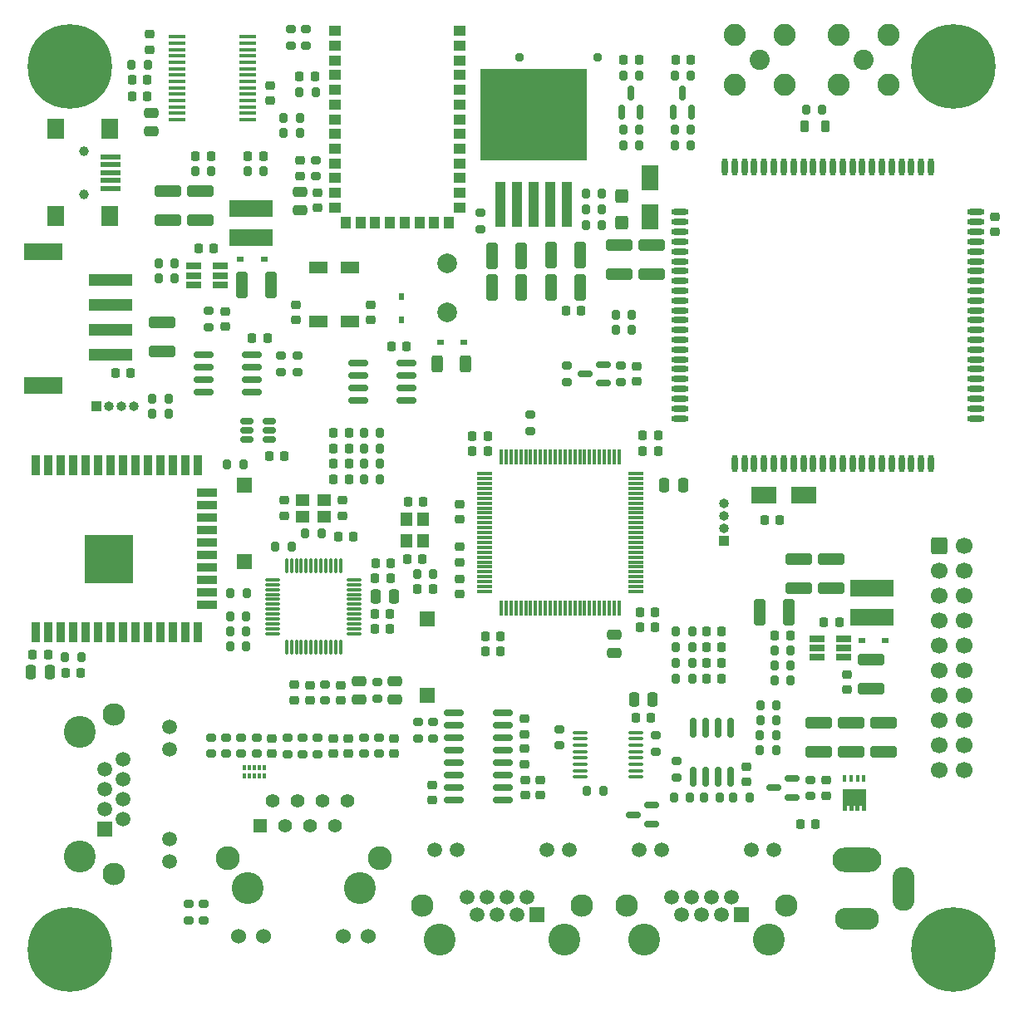
<source format=gts>
G04 #@! TF.GenerationSoftware,KiCad,Pcbnew,(6.0.0)*
G04 #@! TF.CreationDate,2022-01-13T12:23:07+04:00*
G04 #@! TF.ProjectId,Gateway_STM32_ver_2_0,47617465-7761-4795-9f53-544d33325f76,rev?*
G04 #@! TF.SameCoordinates,Original*
G04 #@! TF.FileFunction,Soldermask,Top*
G04 #@! TF.FilePolarity,Negative*
%FSLAX46Y46*%
G04 Gerber Fmt 4.6, Leading zero omitted, Abs format (unit mm)*
G04 Created by KiCad (PCBNEW (6.0.0)) date 2022-01-13 12:23:07*
%MOMM*%
%LPD*%
G01*
G04 APERTURE LIST*
G04 Aperture macros list*
%AMRoundRect*
0 Rectangle with rounded corners*
0 $1 Rounding radius*
0 $2 $3 $4 $5 $6 $7 $8 $9 X,Y pos of 4 corners*
0 Add a 4 corners polygon primitive as box body*
4,1,4,$2,$3,$4,$5,$6,$7,$8,$9,$2,$3,0*
0 Add four circle primitives for the rounded corners*
1,1,$1+$1,$2,$3*
1,1,$1+$1,$4,$5*
1,1,$1+$1,$6,$7*
1,1,$1+$1,$8,$9*
0 Add four rect primitives between the rounded corners*
20,1,$1+$1,$2,$3,$4,$5,0*
20,1,$1+$1,$4,$5,$6,$7,0*
20,1,$1+$1,$6,$7,$8,$9,0*
20,1,$1+$1,$8,$9,$2,$3,0*%
%AMFreePoly0*
4,1,17,1.395000,0.765000,0.855000,0.765000,0.855000,0.535000,1.395000,0.535000,1.395000,0.115000,0.855000,0.115000,0.855000,-0.115000,1.395000,-0.115000,1.395000,-0.535000,0.855000,-0.535000,0.855000,-0.765000,1.395000,-0.765000,1.395000,-1.185000,-0.855000,-1.185000,-0.855000,1.185000,1.395000,1.185000,1.395000,0.765000,1.395000,0.765000,$1*%
G04 Aperture macros list end*
%ADD10C,0.950000*%
%ADD11C,0.900000*%
%ADD12C,8.600000*%
%ADD13RoundRect,0.200000X-0.200000X-0.275000X0.200000X-0.275000X0.200000X0.275000X-0.200000X0.275000X0*%
%ADD14RoundRect,0.200000X-0.275000X0.200000X-0.275000X-0.200000X0.275000X-0.200000X0.275000X0.200000X0*%
%ADD15RoundRect,0.200000X0.275000X-0.200000X0.275000X0.200000X-0.275000X0.200000X-0.275000X-0.200000X0*%
%ADD16RoundRect,0.250000X-0.250000X-0.475000X0.250000X-0.475000X0.250000X0.475000X-0.250000X0.475000X0*%
%ADD17RoundRect,0.225000X-0.225000X-0.250000X0.225000X-0.250000X0.225000X0.250000X-0.225000X0.250000X0*%
%ADD18RoundRect,0.250000X-1.100000X0.325000X-1.100000X-0.325000X1.100000X-0.325000X1.100000X0.325000X0*%
%ADD19RoundRect,0.250000X-0.475000X0.250000X-0.475000X-0.250000X0.475000X-0.250000X0.475000X0.250000X0*%
%ADD20R,4.500000X1.300000*%
%ADD21R,3.900000X1.800000*%
%ADD22RoundRect,0.225000X-0.250000X0.225000X-0.250000X-0.225000X0.250000X-0.225000X0.250000X0.225000X0*%
%ADD23RoundRect,0.225000X0.225000X0.250000X-0.225000X0.250000X-0.225000X-0.250000X0.225000X-0.250000X0*%
%ADD24RoundRect,0.200000X0.200000X0.275000X-0.200000X0.275000X-0.200000X-0.275000X0.200000X-0.275000X0*%
%ADD25RoundRect,0.225000X0.250000X-0.225000X0.250000X0.225000X-0.250000X0.225000X-0.250000X-0.225000X0*%
%ADD26RoundRect,0.250000X1.100000X-0.325000X1.100000X0.325000X-1.100000X0.325000X-1.100000X-0.325000X0*%
%ADD27RoundRect,0.250000X-0.325000X-1.100000X0.325000X-1.100000X0.325000X1.100000X-0.325000X1.100000X0*%
%ADD28RoundRect,0.075000X0.075000X-0.662500X0.075000X0.662500X-0.075000X0.662500X-0.075000X-0.662500X0*%
%ADD29RoundRect,0.075000X0.662500X-0.075000X0.662500X0.075000X-0.662500X0.075000X-0.662500X-0.075000X0*%
%ADD30C,2.300000*%
%ADD31C,1.500000*%
%ADD32R,1.500000X1.500000*%
%ADD33C,3.250000*%
%ADD34R,1.000000X1.000000*%
%ADD35O,1.000000X1.000000*%
%ADD36R,1.800000X2.500000*%
%ADD37RoundRect,0.075000X-0.725000X-0.075000X0.725000X-0.075000X0.725000X0.075000X-0.725000X0.075000X0*%
%ADD38RoundRect,0.075000X-0.075000X-0.725000X0.075000X-0.725000X0.075000X0.725000X-0.075000X0.725000X0*%
%ADD39O,5.000000X2.500000*%
%ADD40O,4.500000X2.250000*%
%ADD41O,2.250000X4.500000*%
%ADD42R,1.900000X1.300000*%
%ADD43RoundRect,0.218750X-0.218750X-0.256250X0.218750X-0.256250X0.218750X0.256250X-0.218750X0.256250X0*%
%ADD44RoundRect,0.250000X0.325000X1.100000X-0.325000X1.100000X-0.325000X-1.100000X0.325000X-1.100000X0*%
%ADD45RoundRect,0.250000X-0.600000X-0.600000X0.600000X-0.600000X0.600000X0.600000X-0.600000X0.600000X0*%
%ADD46C,1.700000*%
%ADD47RoundRect,0.250000X0.250000X0.475000X-0.250000X0.475000X-0.250000X-0.475000X0.250000X-0.475000X0*%
%ADD48R,4.500000X1.800000*%
%ADD49RoundRect,0.150000X0.150000X-0.587500X0.150000X0.587500X-0.150000X0.587500X-0.150000X-0.587500X0*%
%ADD50C,2.050000*%
%ADD51C,2.250000*%
%ADD52R,1.750000X0.450000*%
%ADD53RoundRect,0.150000X0.587500X0.150000X-0.587500X0.150000X-0.587500X-0.150000X0.587500X-0.150000X0*%
%ADD54R,1.560000X0.650000*%
%ADD55RoundRect,0.150000X-0.512500X-0.150000X0.512500X-0.150000X0.512500X0.150000X-0.512500X0.150000X0*%
%ADD56C,2.000000*%
%ADD57RoundRect,0.100000X-0.637500X-0.100000X0.637500X-0.100000X0.637500X0.100000X-0.637500X0.100000X0*%
%ADD58RoundRect,0.150000X0.850000X0.150000X-0.850000X0.150000X-0.850000X-0.150000X0.850000X-0.150000X0*%
%ADD59R,0.800000X0.600000*%
%ADD60R,1.200000X1.400000*%
%ADD61R,1.100000X4.600000*%
%ADD62R,10.800000X9.400000*%
%ADD63R,1.400000X1.200000*%
%ADD64C,2.445000*%
%ADD65C,1.530000*%
%ADD66C,1.398000*%
%ADD67R,1.398000X1.398000*%
%ADD68R,1.300000X1.000000*%
%ADD69R,1.000000X1.300000*%
%ADD70RoundRect,0.250000X0.475000X-0.250000X0.475000X0.250000X-0.475000X0.250000X-0.475000X-0.250000X0*%
%ADD71RoundRect,0.218750X-0.218750X-0.381250X0.218750X-0.381250X0.218750X0.381250X-0.218750X0.381250X0*%
%ADD72RoundRect,0.250000X-0.312500X-0.625000X0.312500X-0.625000X0.312500X0.625000X-0.312500X0.625000X0*%
%ADD73RoundRect,0.218750X0.218750X0.256250X-0.218750X0.256250X-0.218750X-0.256250X0.218750X-0.256250X0*%
%ADD74R,0.600000X0.800000*%
%ADD75R,2.500000X1.800000*%
%ADD76R,0.300000X0.550000*%
%ADD77R,0.400000X0.550000*%
%ADD78RoundRect,0.150000X-0.825000X-0.150000X0.825000X-0.150000X0.825000X0.150000X-0.825000X0.150000X0*%
%ADD79R,1.700000X2.000000*%
%ADD80R,2.000000X0.500000*%
%ADD81C,1.000000*%
%ADD82FreePoly0,270.000000*%
%ADD83R,0.420000X0.700000*%
%ADD84O,1.800000X0.600000*%
%ADD85O,0.600000X1.800000*%
%ADD86RoundRect,0.150000X-0.150000X0.825000X-0.150000X-0.825000X0.150000X-0.825000X0.150000X0.825000X0*%
%ADD87RoundRect,0.250000X0.425000X-0.450000X0.425000X0.450000X-0.425000X0.450000X-0.425000X-0.450000X0*%
%ADD88R,0.900000X2.000000*%
%ADD89R,2.000000X0.900000*%
%ADD90R,5.000000X5.000000*%
G04 APERTURE END LIST*
D10*
X90800000Y-74050000D03*
X98800000Y-74050000D03*
D11*
X45000000Y-161775000D03*
X47280419Y-162719581D03*
X41775000Y-165000000D03*
X42719581Y-167280419D03*
X48225000Y-165000000D03*
X45000000Y-168225000D03*
D12*
X45000000Y-165000000D03*
D11*
X47280419Y-167280419D03*
X42719581Y-162719581D03*
X138225000Y-165000000D03*
D12*
X135000000Y-165000000D03*
D11*
X132719581Y-162719581D03*
X135000000Y-168225000D03*
X132719581Y-167280419D03*
X131775000Y-165000000D03*
X135000000Y-161775000D03*
X137280419Y-162719581D03*
X137280419Y-167280419D03*
D13*
X106650000Y-75900000D03*
X108300000Y-75900000D03*
D14*
X104750000Y-143175000D03*
X104750000Y-144825000D03*
X59388540Y-143400000D03*
X59388540Y-145050000D03*
D15*
X60945832Y-145050000D03*
X60945832Y-143400000D03*
D16*
X76150000Y-129020000D03*
X78050000Y-129020000D03*
D17*
X51350000Y-78000000D03*
X52900000Y-78000000D03*
D18*
X127875000Y-141900000D03*
X127875000Y-144850000D03*
D19*
X68475000Y-87750000D03*
X68475000Y-89650000D03*
D14*
X70300000Y-143425000D03*
X70300000Y-145075000D03*
D20*
X49150000Y-104350000D03*
X49150000Y-101810000D03*
X49150000Y-99270000D03*
X49150000Y-96730000D03*
D21*
X42350000Y-93840000D03*
X42350000Y-107500000D03*
D22*
X92985000Y-147735000D03*
X92985000Y-149285000D03*
D23*
X97100000Y-99875000D03*
X95550000Y-99875000D03*
D24*
X63000000Y-131055000D03*
X61350000Y-131055000D03*
D17*
X87375000Y-133050000D03*
X88925000Y-133050000D03*
X79400000Y-125175000D03*
X80950000Y-125175000D03*
D24*
X99250000Y-87975000D03*
X97600000Y-87975000D03*
D14*
X59200000Y-99925000D03*
X59200000Y-101575000D03*
D25*
X72800000Y-120775000D03*
X72800000Y-119225000D03*
D23*
X77675000Y-127170000D03*
X76125000Y-127170000D03*
D17*
X63600000Y-102700000D03*
X65150000Y-102700000D03*
X121850000Y-131650000D03*
X123400000Y-131650000D03*
D15*
X57100000Y-162000000D03*
X57100000Y-160350000D03*
D19*
X74525000Y-137625000D03*
X74525000Y-139525000D03*
D26*
X58325000Y-90675000D03*
X58325000Y-87725000D03*
D27*
X88075000Y-97550000D03*
X91025000Y-97550000D03*
D24*
X114275000Y-149480000D03*
X112625000Y-149480000D03*
X108300000Y-83000000D03*
X106650000Y-83000000D03*
D23*
X77650000Y-130800000D03*
X76100000Y-130800000D03*
D28*
X67100000Y-134212500D03*
X67600000Y-134212500D03*
X68100000Y-134212500D03*
X68600000Y-134212500D03*
X69100000Y-134212500D03*
X69600000Y-134212500D03*
X70100000Y-134212500D03*
X70600000Y-134212500D03*
X71100000Y-134212500D03*
X71600000Y-134212500D03*
X72100000Y-134212500D03*
X72600000Y-134212500D03*
D29*
X74012500Y-132800000D03*
X74012500Y-132300000D03*
X74012500Y-131800000D03*
X74012500Y-131300000D03*
X74012500Y-130800000D03*
X74012500Y-130300000D03*
X74012500Y-129800000D03*
X74012500Y-129300000D03*
X74012500Y-128800000D03*
X74012500Y-128300000D03*
X74012500Y-127800000D03*
X74012500Y-127300000D03*
D28*
X72600000Y-125887500D03*
X72100000Y-125887500D03*
X71600000Y-125887500D03*
X71100000Y-125887500D03*
X70600000Y-125887500D03*
X70100000Y-125887500D03*
X69600000Y-125887500D03*
X69100000Y-125887500D03*
X68600000Y-125887500D03*
X68100000Y-125887500D03*
X67600000Y-125887500D03*
X67100000Y-125887500D03*
D29*
X65687500Y-127300000D03*
X65687500Y-127800000D03*
X65687500Y-128300000D03*
X65687500Y-128800000D03*
X65687500Y-129300000D03*
X65687500Y-129800000D03*
X65687500Y-130300000D03*
X65687500Y-130800000D03*
X65687500Y-131300000D03*
X65687500Y-131800000D03*
X65687500Y-132300000D03*
X65687500Y-132800000D03*
D25*
X75650000Y-100825000D03*
X75650000Y-99275000D03*
D30*
X49515000Y-141020000D03*
X49515000Y-157280000D03*
D31*
X55225000Y-142290000D03*
X55225000Y-144580000D03*
X55225000Y-153720000D03*
X55225000Y-156010000D03*
X50405000Y-145598000D03*
X48625000Y-146614000D03*
X50405000Y-147630000D03*
X48625000Y-148646000D03*
X50405000Y-149662000D03*
X48625000Y-150678000D03*
X50405000Y-151694000D03*
D32*
X48625000Y-152710000D03*
D33*
X46085000Y-155500000D03*
X46085000Y-142800000D03*
D23*
X52900000Y-76375000D03*
X51350000Y-76375000D03*
D34*
X47750000Y-109625000D03*
D35*
X49020000Y-109625000D03*
X50290000Y-109625000D03*
X51560000Y-109625000D03*
D14*
X69100000Y-71225000D03*
X69100000Y-72875000D03*
D36*
X104150000Y-90350000D03*
X104150000Y-86350000D03*
D14*
X86850000Y-89925000D03*
X86850000Y-91575000D03*
D24*
X102275000Y-101800000D03*
X100625000Y-101800000D03*
D14*
X91975000Y-110475000D03*
X91975000Y-112125000D03*
D13*
X115345000Y-141620000D03*
X116995000Y-141620000D03*
D32*
X62850000Y-117650000D03*
X62850000Y-125450000D03*
D14*
X80535000Y-141815000D03*
X80535000Y-143465000D03*
D37*
X87300000Y-116500000D03*
X87300000Y-117000000D03*
X87300000Y-117500000D03*
X87300000Y-118000000D03*
X87300000Y-118500000D03*
X87300000Y-119000000D03*
X87300000Y-119500000D03*
X87300000Y-120000000D03*
X87300000Y-120500000D03*
X87300000Y-121000000D03*
X87300000Y-121500000D03*
X87300000Y-122000000D03*
X87300000Y-122500000D03*
X87300000Y-123000000D03*
X87300000Y-123500000D03*
X87300000Y-124000000D03*
X87300000Y-124500000D03*
X87300000Y-125000000D03*
X87300000Y-125500000D03*
X87300000Y-126000000D03*
X87300000Y-126500000D03*
X87300000Y-127000000D03*
X87300000Y-127500000D03*
X87300000Y-128000000D03*
X87300000Y-128500000D03*
D38*
X88975000Y-130175000D03*
X89475000Y-130175000D03*
X89975000Y-130175000D03*
X90475000Y-130175000D03*
X90975000Y-130175000D03*
X91475000Y-130175000D03*
X91975000Y-130175000D03*
X92475000Y-130175000D03*
X92975000Y-130175000D03*
X93475000Y-130175000D03*
X93975000Y-130175000D03*
X94475000Y-130175000D03*
X94975000Y-130175000D03*
X95475000Y-130175000D03*
X95975000Y-130175000D03*
X96475000Y-130175000D03*
X96975000Y-130175000D03*
X97475000Y-130175000D03*
X97975000Y-130175000D03*
X98475000Y-130175000D03*
X98975000Y-130175000D03*
X99475000Y-130175000D03*
X99975000Y-130175000D03*
X100475000Y-130175000D03*
X100975000Y-130175000D03*
D37*
X102650000Y-128500000D03*
X102650000Y-128000000D03*
X102650000Y-127500000D03*
X102650000Y-127000000D03*
X102650000Y-126500000D03*
X102650000Y-126000000D03*
X102650000Y-125500000D03*
X102650000Y-125000000D03*
X102650000Y-124500000D03*
X102650000Y-124000000D03*
X102650000Y-123500000D03*
X102650000Y-123000000D03*
X102650000Y-122500000D03*
X102650000Y-122000000D03*
X102650000Y-121500000D03*
X102650000Y-121000000D03*
X102650000Y-120500000D03*
X102650000Y-120000000D03*
X102650000Y-119500000D03*
X102650000Y-119000000D03*
X102650000Y-118500000D03*
X102650000Y-118000000D03*
X102650000Y-117500000D03*
X102650000Y-117000000D03*
X102650000Y-116500000D03*
D38*
X100975000Y-114825000D03*
X100475000Y-114825000D03*
X99975000Y-114825000D03*
X99475000Y-114825000D03*
X98975000Y-114825000D03*
X98475000Y-114825000D03*
X97975000Y-114825000D03*
X97475000Y-114825000D03*
X96975000Y-114825000D03*
X96475000Y-114825000D03*
X95975000Y-114825000D03*
X95475000Y-114825000D03*
X94975000Y-114825000D03*
X94475000Y-114825000D03*
X93975000Y-114825000D03*
X93475000Y-114825000D03*
X92975000Y-114825000D03*
X92475000Y-114825000D03*
X91975000Y-114825000D03*
X91475000Y-114825000D03*
X90975000Y-114825000D03*
X90475000Y-114825000D03*
X89975000Y-114825000D03*
X89475000Y-114825000D03*
X88975000Y-114825000D03*
D17*
X115775000Y-121250000D03*
X117325000Y-121250000D03*
D39*
X125225000Y-155837500D03*
D40*
X125225000Y-161837500D03*
D41*
X129925000Y-158837500D03*
D24*
X68475000Y-80250000D03*
X66825000Y-80250000D03*
D17*
X65337500Y-114700000D03*
X66887500Y-114700000D03*
D23*
X73925000Y-122900000D03*
X72375000Y-122900000D03*
D42*
X73550000Y-101000000D03*
X73550000Y-95500000D03*
X70350000Y-95500000D03*
X70350000Y-101000000D03*
D43*
X71862500Y-112300000D03*
X73437500Y-112300000D03*
D23*
X104950000Y-112625000D03*
X103400000Y-112625000D03*
D17*
X87375000Y-134600000D03*
X88925000Y-134600000D03*
D43*
X71862500Y-113900000D03*
X73437500Y-113900000D03*
D14*
X71050000Y-137975000D03*
X71050000Y-139625000D03*
D22*
X65642708Y-143475000D03*
X65642708Y-145025000D03*
D44*
X96975000Y-97475000D03*
X94025000Y-97475000D03*
D25*
X81935000Y-149785000D03*
X81935000Y-148235000D03*
D13*
X106775000Y-137400000D03*
X108425000Y-137400000D03*
D43*
X106712500Y-74300000D03*
X108287500Y-74300000D03*
D45*
X133560000Y-123840000D03*
D46*
X136100000Y-123840000D03*
X133560000Y-126380000D03*
X136100000Y-126380000D03*
X133560000Y-128920000D03*
X136100000Y-128920000D03*
X133560000Y-131460000D03*
X136100000Y-131460000D03*
X133560000Y-134000000D03*
X136100000Y-134000000D03*
X133560000Y-136540000D03*
X136100000Y-136540000D03*
X133560000Y-139080000D03*
X136100000Y-139080000D03*
X133560000Y-141620000D03*
X136100000Y-141620000D03*
X133560000Y-144160000D03*
X136100000Y-144160000D03*
X133560000Y-146700000D03*
X136100000Y-146700000D03*
D22*
X91335000Y-141485000D03*
X91335000Y-143035000D03*
D47*
X42960000Y-136720000D03*
X41060000Y-136720000D03*
D15*
X120450000Y-149350000D03*
X120450000Y-147700000D03*
D22*
X102800000Y-105525000D03*
X102800000Y-107075000D03*
D23*
X77650000Y-132325000D03*
X76100000Y-132325000D03*
D22*
X66900000Y-119225000D03*
X66900000Y-120775000D03*
D23*
X82000000Y-128275000D03*
X80450000Y-128275000D03*
D13*
X115345000Y-140080000D03*
X116995000Y-140080000D03*
D48*
X126750000Y-131125000D03*
X126750000Y-128125000D03*
D13*
X115335000Y-144700000D03*
X116985000Y-144700000D03*
D22*
X84725000Y-119625000D03*
X84725000Y-121175000D03*
D49*
X101225000Y-79612500D03*
X103125000Y-79612500D03*
X102175000Y-77737500D03*
D50*
X125875000Y-74300000D03*
D51*
X128415000Y-71760000D03*
X123335000Y-76840000D03*
X128415000Y-76840000D03*
X123335000Y-71760000D03*
D15*
X106870000Y-147435000D03*
X106870000Y-145785000D03*
D13*
X106775000Y-135800000D03*
X108425000Y-135800000D03*
D22*
X84725000Y-123950000D03*
X84725000Y-125500000D03*
D24*
X63000000Y-134105000D03*
X61350000Y-134105000D03*
D52*
X55925000Y-80425000D03*
X55925000Y-79775000D03*
X55925000Y-79125000D03*
X55925000Y-78475000D03*
X55925000Y-77825000D03*
X55925000Y-77175000D03*
X55925000Y-76525000D03*
X55925000Y-75875000D03*
X55925000Y-75225000D03*
X55925000Y-74575000D03*
X55925000Y-73925000D03*
X55925000Y-73275000D03*
X55925000Y-72625000D03*
X55925000Y-71975000D03*
X63125000Y-71975000D03*
X63125000Y-72625000D03*
X63125000Y-73275000D03*
X63125000Y-73925000D03*
X63125000Y-74575000D03*
X63125000Y-75225000D03*
X63125000Y-75875000D03*
X63125000Y-76525000D03*
X63125000Y-77175000D03*
X63125000Y-77825000D03*
X63125000Y-78475000D03*
X63125000Y-79125000D03*
X63125000Y-79775000D03*
X63125000Y-80425000D03*
D13*
X106650000Y-81450000D03*
X108300000Y-81450000D03*
D25*
X68050000Y-100825000D03*
X68050000Y-99275000D03*
D18*
X124600000Y-141900000D03*
X124600000Y-144850000D03*
D24*
X118450000Y-136075000D03*
X116800000Y-136075000D03*
D53*
X104287500Y-152200000D03*
X104287500Y-150300000D03*
X102412500Y-151250000D03*
D15*
X76518752Y-145050000D03*
X76518752Y-143400000D03*
D49*
X106500000Y-79612500D03*
X108400000Y-79612500D03*
X107450000Y-77737500D03*
D23*
X77700000Y-125590000D03*
X76150000Y-125590000D03*
D34*
X111675000Y-123300000D03*
D35*
X111675000Y-122030000D03*
X111675000Y-120760000D03*
X111675000Y-119490000D03*
D15*
X76350000Y-139400000D03*
X76350000Y-137750000D03*
D53*
X99362500Y-107275000D03*
X99362500Y-105375000D03*
X97487500Y-106325000D03*
D43*
X68437500Y-75975000D03*
X70012500Y-75975000D03*
D18*
X121300000Y-141900000D03*
X121300000Y-144850000D03*
D24*
X76625000Y-115500000D03*
X74975000Y-115500000D03*
X70050000Y-77600000D03*
X68400000Y-77600000D03*
D14*
X62503124Y-143400000D03*
X62503124Y-145050000D03*
D54*
X57650000Y-95350000D03*
X57650000Y-96300000D03*
X57650000Y-97250000D03*
X60350000Y-97250000D03*
X60350000Y-96300000D03*
X60350000Y-95350000D03*
D55*
X63062500Y-111150000D03*
X63062500Y-112100000D03*
X63062500Y-113050000D03*
X65337500Y-113050000D03*
X65337500Y-112100000D03*
X65337500Y-111150000D03*
D56*
X83500000Y-100050000D03*
X83500000Y-95050000D03*
D57*
X96987500Y-142875000D03*
X96987500Y-143525000D03*
X96987500Y-144175000D03*
X96987500Y-144825000D03*
X96987500Y-145475000D03*
X96987500Y-146125000D03*
X96987500Y-146775000D03*
X96987500Y-147425000D03*
X102712500Y-147425000D03*
X102712500Y-146775000D03*
X102712500Y-146125000D03*
X102712500Y-145475000D03*
X102712500Y-144825000D03*
X102712500Y-144175000D03*
X102712500Y-143525000D03*
X102712500Y-142875000D03*
D13*
X101375000Y-75900000D03*
X103025000Y-75900000D03*
D15*
X95625000Y-107125000D03*
X95625000Y-105475000D03*
D58*
X89125000Y-149795000D03*
X89125000Y-148525000D03*
X89125000Y-147255000D03*
X89125000Y-145985000D03*
X89125000Y-144715000D03*
X89125000Y-143445000D03*
X89125000Y-142175000D03*
X89125000Y-140905000D03*
X84125000Y-140905000D03*
X84125000Y-142175000D03*
X84125000Y-143445000D03*
X84125000Y-144715000D03*
X84125000Y-145985000D03*
X84125000Y-147255000D03*
X84125000Y-148525000D03*
X84125000Y-149795000D03*
D14*
X94900000Y-142525000D03*
X94900000Y-144175000D03*
D26*
X119300000Y-128125000D03*
X119300000Y-125175000D03*
D59*
X82750000Y-103100000D03*
X85150000Y-103100000D03*
X125725000Y-133500000D03*
X128125000Y-133500000D03*
D16*
X102500000Y-139500000D03*
X104400000Y-139500000D03*
D30*
X80961250Y-160510000D03*
X97221250Y-160510000D03*
D31*
X82231250Y-154800000D03*
X84521250Y-154800000D03*
X93661250Y-154800000D03*
X95951250Y-154800000D03*
X85539250Y-159620000D03*
X86555250Y-161400000D03*
X87571250Y-159620000D03*
X88587250Y-161400000D03*
X89603250Y-159620000D03*
X90619250Y-161400000D03*
X91635250Y-159620000D03*
D32*
X92651250Y-161400000D03*
D33*
X95441250Y-163940000D03*
X82741250Y-163940000D03*
D24*
X103025000Y-83000000D03*
X101375000Y-83000000D03*
D60*
X79325000Y-121150000D03*
X79325000Y-123350000D03*
X81025000Y-123350000D03*
X81025000Y-121150000D03*
D23*
X118400000Y-133025000D03*
X116850000Y-133025000D03*
D17*
X86025000Y-114225000D03*
X87575000Y-114225000D03*
D14*
X82045000Y-141805000D03*
X82045000Y-143455000D03*
D25*
X71850000Y-145025000D03*
X71850000Y-143475000D03*
D13*
X53450000Y-110425000D03*
X55100000Y-110425000D03*
X63137500Y-85675000D03*
X64787500Y-85675000D03*
X54050000Y-95050000D03*
X55700000Y-95050000D03*
D23*
X104950000Y-114175000D03*
X103400000Y-114175000D03*
D61*
X95675000Y-89050000D03*
X93975000Y-89050000D03*
X92275000Y-89050000D03*
D62*
X92275000Y-79900000D03*
D61*
X90575000Y-89050000D03*
X88875000Y-89050000D03*
D25*
X73404168Y-145000000D03*
X73404168Y-143450000D03*
D50*
X115300000Y-74300000D03*
D51*
X117840000Y-71760000D03*
X112760000Y-71760000D03*
X117840000Y-76840000D03*
X112760000Y-76840000D03*
D15*
X67200000Y-145075000D03*
X67200000Y-143425000D03*
D25*
X91335000Y-146085000D03*
X91335000Y-144535000D03*
D24*
X63000000Y-132580000D03*
X61350000Y-132580000D03*
D14*
X66575000Y-104475000D03*
X66575000Y-106125000D03*
D24*
X111250000Y-149480000D03*
X109600000Y-149480000D03*
D26*
X122575000Y-128125000D03*
X122575000Y-125175000D03*
D24*
X82050000Y-126750000D03*
X80400000Y-126750000D03*
D63*
X70950000Y-119150000D03*
X68750000Y-119150000D03*
X68750000Y-120850000D03*
X70950000Y-120850000D03*
D17*
X86025000Y-112675000D03*
X87575000Y-112675000D03*
D44*
X96975000Y-94200000D03*
X94025000Y-94200000D03*
D13*
X101375000Y-81450000D03*
X103025000Y-81450000D03*
D25*
X72650000Y-139580000D03*
X72650000Y-138030000D03*
X139250000Y-91850000D03*
X139250000Y-90300000D03*
D26*
X104300000Y-96175000D03*
X104300000Y-93225000D03*
D18*
X126625000Y-135450000D03*
X126625000Y-138400000D03*
D23*
X121000000Y-152225000D03*
X119450000Y-152225000D03*
D16*
X105600000Y-117675000D03*
X107500000Y-117675000D03*
D22*
X122050000Y-147750000D03*
X122050000Y-149300000D03*
D13*
X51300000Y-74825000D03*
X52950000Y-74825000D03*
D11*
X42719581Y-77280419D03*
X47280419Y-72719581D03*
X42719581Y-72719581D03*
X48225000Y-75000000D03*
X45000000Y-78225000D03*
X45000000Y-71775000D03*
X41775000Y-75000000D03*
D12*
X45000000Y-75000000D03*
D11*
X47280419Y-77280419D03*
D17*
X41260000Y-134895000D03*
X42810000Y-134895000D03*
D43*
X71862500Y-115500000D03*
X73437500Y-115500000D03*
D24*
X55700000Y-96575000D03*
X54050000Y-96575000D03*
D48*
X63450000Y-92475000D03*
X63450000Y-89475000D03*
D64*
X76582500Y-155680000D03*
X61092500Y-155680000D03*
D65*
X75462500Y-163630000D03*
X72922500Y-163630000D03*
X64752500Y-163630000D03*
X62212500Y-163630000D03*
D66*
X73277500Y-149840000D03*
X72007500Y-152380000D03*
X70737500Y-149840000D03*
X69467500Y-152380000D03*
X68197500Y-149840000D03*
X66927500Y-152380000D03*
X65657500Y-149840000D03*
D67*
X64387500Y-152380000D03*
D33*
X74552500Y-158730000D03*
X63122500Y-158730000D03*
D23*
X104225000Y-141350000D03*
X102675000Y-141350000D03*
D59*
X62425000Y-94650000D03*
X64825000Y-94650000D03*
D22*
X124175000Y-136950000D03*
X124175000Y-138500000D03*
D68*
X84737500Y-71375000D03*
X84737500Y-72875000D03*
X84737500Y-74375000D03*
X84737500Y-75875000D03*
X84737500Y-77375000D03*
X84737500Y-78875000D03*
X84737500Y-80375000D03*
X84737500Y-81875000D03*
X84737500Y-83375000D03*
X84737500Y-84875000D03*
X84737500Y-86375000D03*
X84737500Y-87875000D03*
X84737500Y-89375000D03*
D69*
X83637500Y-90875000D03*
X82137500Y-90875000D03*
X80637500Y-90875000D03*
X79137500Y-90875000D03*
X77637500Y-90875000D03*
X76137500Y-90875000D03*
X74637500Y-90875000D03*
X73137500Y-90875000D03*
D68*
X72037500Y-89375000D03*
X72037500Y-87875000D03*
X72037500Y-86375000D03*
X72037500Y-84875000D03*
X72037500Y-83375000D03*
X72037500Y-81875000D03*
X72037500Y-80375000D03*
X72037500Y-78875000D03*
X72037500Y-77375000D03*
X72037500Y-75875000D03*
X72037500Y-74375000D03*
X72037500Y-72875000D03*
X72037500Y-71375000D03*
D15*
X58650000Y-162000000D03*
X58650000Y-160350000D03*
D24*
X76625000Y-112300000D03*
X74975000Y-112300000D03*
X63025000Y-128650000D03*
X61375000Y-128650000D03*
D11*
X132719581Y-77280419D03*
X137280419Y-72719581D03*
X138225000Y-75000000D03*
D12*
X135000000Y-75000000D03*
D11*
X131775000Y-75000000D03*
X135000000Y-78225000D03*
X135000000Y-71775000D03*
X137280419Y-77280419D03*
X132719581Y-72719581D03*
D70*
X78175000Y-139525000D03*
X78175000Y-137625000D03*
D25*
X67850000Y-139575000D03*
X67850000Y-138025000D03*
D27*
X62550000Y-97300000D03*
X65500000Y-97300000D03*
D24*
X118450000Y-134550000D03*
X116800000Y-134550000D03*
D22*
X60850000Y-99975000D03*
X60850000Y-101525000D03*
D15*
X101175000Y-107125000D03*
X101175000Y-105475000D03*
D24*
X46210000Y-135220000D03*
X44560000Y-135220000D03*
D19*
X53300000Y-79700000D03*
X53300000Y-81600000D03*
D13*
X53450000Y-108900000D03*
X55100000Y-108900000D03*
D32*
X81475000Y-131300000D03*
X81475000Y-139100000D03*
D13*
X97600000Y-89550000D03*
X99250000Y-89550000D03*
X106775000Y-132600000D03*
X108425000Y-132600000D03*
D53*
X118587500Y-149475000D03*
X118587500Y-147575000D03*
X116712500Y-148525000D03*
D24*
X76625000Y-113900000D03*
X74975000Y-113900000D03*
D43*
X71862500Y-117100000D03*
X73437500Y-117100000D03*
D14*
X67550000Y-71225000D03*
X67550000Y-72875000D03*
D71*
X119837500Y-81050000D03*
X121962500Y-81050000D03*
D72*
X82437500Y-105300000D03*
X85362500Y-105300000D03*
D26*
X55025000Y-90675000D03*
X55025000Y-87725000D03*
D73*
X111437500Y-134200000D03*
X109862500Y-134200000D03*
D74*
X78850000Y-100850000D03*
X78850000Y-98450000D03*
D13*
X100625000Y-100275000D03*
X102275000Y-100275000D03*
X116800000Y-137600000D03*
X118450000Y-137600000D03*
D73*
X111437500Y-132600000D03*
X109862500Y-132600000D03*
D13*
X106775000Y-134200000D03*
X108425000Y-134200000D03*
D19*
X100475000Y-132875000D03*
X100475000Y-134775000D03*
D75*
X115750000Y-118675000D03*
X119750000Y-118675000D03*
D76*
X62850000Y-147260000D03*
X63350000Y-147260000D03*
D77*
X63850000Y-147260000D03*
D76*
X64350000Y-147260000D03*
X64850000Y-147260000D03*
X64850000Y-146490000D03*
X64350000Y-146490000D03*
D77*
X63850000Y-146490000D03*
D76*
X63350000Y-146490000D03*
X62850000Y-146490000D03*
D22*
X68475000Y-84600000D03*
X68475000Y-86150000D03*
D78*
X74375000Y-105195000D03*
X74375000Y-106465000D03*
X74375000Y-107735000D03*
X74375000Y-109005000D03*
X79325000Y-109005000D03*
X79325000Y-107735000D03*
X79325000Y-106465000D03*
X79325000Y-105195000D03*
D43*
X57850000Y-84100000D03*
X59425000Y-84100000D03*
D17*
X58125000Y-93500000D03*
X59675000Y-93500000D03*
D24*
X76625000Y-117100000D03*
X74975000Y-117100000D03*
D79*
X43625000Y-81375000D03*
X43625000Y-90275000D03*
X49075000Y-90275000D03*
X49075000Y-81375000D03*
D80*
X49175000Y-87425000D03*
X49175000Y-86625000D03*
X49175000Y-85825000D03*
X49175000Y-85025000D03*
X49175000Y-84225000D03*
D81*
X46475000Y-88025000D03*
X46475000Y-83625000D03*
D13*
X61050000Y-115550000D03*
X62700000Y-115550000D03*
D43*
X63175000Y-84100000D03*
X64750000Y-84100000D03*
D22*
X91385000Y-147735000D03*
X91385000Y-149285000D03*
X113980000Y-146345000D03*
X113980000Y-147895000D03*
D13*
X97600000Y-91125000D03*
X99250000Y-91125000D03*
D23*
X104625000Y-130625000D03*
X103075000Y-130625000D03*
D82*
X124925000Y-149530000D03*
D83*
X123950000Y-147575000D03*
X124600000Y-147575000D03*
X125250000Y-147575000D03*
X125900000Y-147575000D03*
D23*
X104625000Y-132175000D03*
X103075000Y-132175000D03*
D25*
X70275000Y-89425000D03*
X70275000Y-87875000D03*
D84*
X107150000Y-89850000D03*
X107150000Y-110850000D03*
D85*
X111750000Y-85250000D03*
D84*
X137350000Y-110850000D03*
X137350000Y-89850000D03*
D85*
X132750000Y-85250000D03*
X132750000Y-115450000D03*
D84*
X107150000Y-109850000D03*
X107150000Y-108850000D03*
X107150000Y-107850000D03*
X107150000Y-106850000D03*
X107150000Y-105850000D03*
X107150000Y-104850000D03*
X107150000Y-103850000D03*
X107150000Y-102850000D03*
X107150000Y-101850000D03*
X107150000Y-100850000D03*
X107150000Y-99850000D03*
X107150000Y-98850000D03*
X107150000Y-97850000D03*
X107150000Y-96850000D03*
X107150000Y-95850000D03*
X107150000Y-94850000D03*
X107150000Y-93850000D03*
X107150000Y-92850000D03*
X107150000Y-91850000D03*
X107150000Y-90850000D03*
D85*
X112750000Y-85250000D03*
X113750000Y-85250000D03*
X114750000Y-85250000D03*
X115750000Y-85250000D03*
X116750000Y-85250000D03*
X117750000Y-85250000D03*
X118750000Y-85250000D03*
X119750000Y-85250000D03*
X120750000Y-85250000D03*
X121750000Y-85250000D03*
X122750000Y-85250000D03*
X123750000Y-85250000D03*
X124750000Y-85250000D03*
X125750000Y-85250000D03*
X126750000Y-85250000D03*
X127750000Y-85250000D03*
X128750000Y-85250000D03*
X129750000Y-85250000D03*
X130750000Y-85250000D03*
X131750000Y-85250000D03*
D84*
X137350000Y-90850000D03*
X137350000Y-91850000D03*
X137350000Y-92850000D03*
X137350000Y-93850000D03*
X137350000Y-94850000D03*
X137350000Y-95850000D03*
X137350000Y-96850000D03*
X137350000Y-97850000D03*
X137350000Y-98850000D03*
X137350000Y-99850000D03*
X137350000Y-100850000D03*
X137350000Y-101850000D03*
X137350000Y-102850000D03*
X137350000Y-103850000D03*
X137350000Y-104850000D03*
X137350000Y-105850000D03*
X137350000Y-106850000D03*
X137350000Y-107850000D03*
X137350000Y-108850000D03*
X137350000Y-109850000D03*
D85*
X131750000Y-115450000D03*
X130750000Y-115450000D03*
X129750000Y-115450000D03*
X128750000Y-115450000D03*
X127750000Y-115450000D03*
X126750000Y-115450000D03*
X125750000Y-115450000D03*
X124750000Y-115450000D03*
X123750000Y-115450000D03*
X122750000Y-115450000D03*
X121750000Y-115450000D03*
X120750000Y-115450000D03*
X119750000Y-115450000D03*
X118750000Y-115450000D03*
X117750000Y-115450000D03*
X116750000Y-115450000D03*
X115750000Y-115450000D03*
X114750000Y-115450000D03*
X113750000Y-115450000D03*
X112750000Y-115450000D03*
D24*
X67625000Y-123970000D03*
X65975000Y-123970000D03*
D27*
X88075000Y-94275000D03*
X91025000Y-94275000D03*
D78*
X58650000Y-104345000D03*
X58650000Y-105615000D03*
X58650000Y-106885000D03*
X58650000Y-108155000D03*
X63600000Y-108155000D03*
X63600000Y-106885000D03*
X63600000Y-105615000D03*
X63600000Y-104345000D03*
D23*
X81000000Y-119325000D03*
X79450000Y-119325000D03*
D73*
X111437500Y-137400000D03*
X109862500Y-137400000D03*
D54*
X121150000Y-133325000D03*
X121150000Y-134275000D03*
X121150000Y-135225000D03*
X123850000Y-135225000D03*
X123850000Y-134275000D03*
X123850000Y-133325000D03*
D30*
X118005000Y-160510000D03*
X101745000Y-160510000D03*
D31*
X103015000Y-154800000D03*
X105305000Y-154800000D03*
X114445000Y-154800000D03*
X116735000Y-154800000D03*
X106323000Y-159620000D03*
X107339000Y-161400000D03*
X108355000Y-159620000D03*
X109371000Y-161400000D03*
X110387000Y-159620000D03*
X111403000Y-161400000D03*
X112419000Y-159620000D03*
D32*
X113435000Y-161400000D03*
D33*
X116225000Y-163940000D03*
X103525000Y-163940000D03*
D23*
X79325000Y-103550000D03*
X77775000Y-103550000D03*
D14*
X70125000Y-84550000D03*
X70125000Y-86200000D03*
D86*
X112335000Y-142425000D03*
X111065000Y-142425000D03*
X109795000Y-142425000D03*
X108525000Y-142425000D03*
X108525000Y-147375000D03*
X109795000Y-147375000D03*
X111065000Y-147375000D03*
X112335000Y-147375000D03*
D15*
X68750000Y-145075000D03*
X68750000Y-143425000D03*
X64060416Y-145050000D03*
X64060416Y-143400000D03*
D24*
X68475000Y-81800000D03*
X66825000Y-81800000D03*
D15*
X74961460Y-145050000D03*
X74961460Y-143400000D03*
D43*
X101412500Y-74300000D03*
X102987500Y-74300000D03*
D44*
X118275000Y-130625000D03*
X115325000Y-130625000D03*
D23*
X51200000Y-106275000D03*
X49650000Y-106275000D03*
D17*
X44610000Y-136770000D03*
X46160000Y-136770000D03*
D24*
X108225000Y-149480000D03*
X106575000Y-149480000D03*
D26*
X54425000Y-104025000D03*
X54425000Y-101075000D03*
D13*
X57812500Y-85675000D03*
X59462500Y-85675000D03*
D73*
X111437500Y-135800000D03*
X109862500Y-135800000D03*
D25*
X65425000Y-78475000D03*
X65425000Y-76925000D03*
D13*
X97725000Y-148850000D03*
X99375000Y-148850000D03*
D25*
X69500000Y-139580000D03*
X69500000Y-138030000D03*
D87*
X101225000Y-90875000D03*
X101225000Y-88175000D03*
D88*
X41530000Y-132670000D03*
X42800000Y-132670000D03*
X44070000Y-132670000D03*
X45340000Y-132670000D03*
X46610000Y-132670000D03*
X47880000Y-132670000D03*
X49150000Y-132670000D03*
X50420000Y-132670000D03*
X51690000Y-132670000D03*
X52960000Y-132670000D03*
X54230000Y-132670000D03*
X55500000Y-132670000D03*
X56770000Y-132670000D03*
X58040000Y-132670000D03*
D89*
X59040000Y-129885000D03*
X59040000Y-128615000D03*
X59040000Y-127345000D03*
X59040000Y-126075000D03*
X59040000Y-124805000D03*
X59040000Y-123535000D03*
X59040000Y-122265000D03*
X59040000Y-120995000D03*
X59040000Y-119725000D03*
X59040000Y-118455000D03*
D88*
X58040000Y-115670000D03*
X56770000Y-115670000D03*
X55500000Y-115670000D03*
X54230000Y-115670000D03*
X52960000Y-115670000D03*
X51690000Y-115670000D03*
X50420000Y-115670000D03*
X49150000Y-115670000D03*
X47880000Y-115670000D03*
X46610000Y-115670000D03*
X45340000Y-115670000D03*
X44070000Y-115670000D03*
X42800000Y-115670000D03*
X41530000Y-115670000D03*
D90*
X49030000Y-125170000D03*
D22*
X84725000Y-127200000D03*
X84725000Y-128750000D03*
D13*
X115335000Y-143160000D03*
X116985000Y-143160000D03*
D26*
X101025000Y-96175000D03*
X101025000Y-93225000D03*
D24*
X121675000Y-79400000D03*
X120025000Y-79400000D03*
D25*
X53150000Y-73275000D03*
X53150000Y-71725000D03*
D14*
X68225000Y-104475000D03*
X68225000Y-106125000D03*
D22*
X78076044Y-143450000D03*
X78076044Y-145000000D03*
D24*
X70675000Y-122550000D03*
X69025000Y-122550000D03*
M02*

</source>
